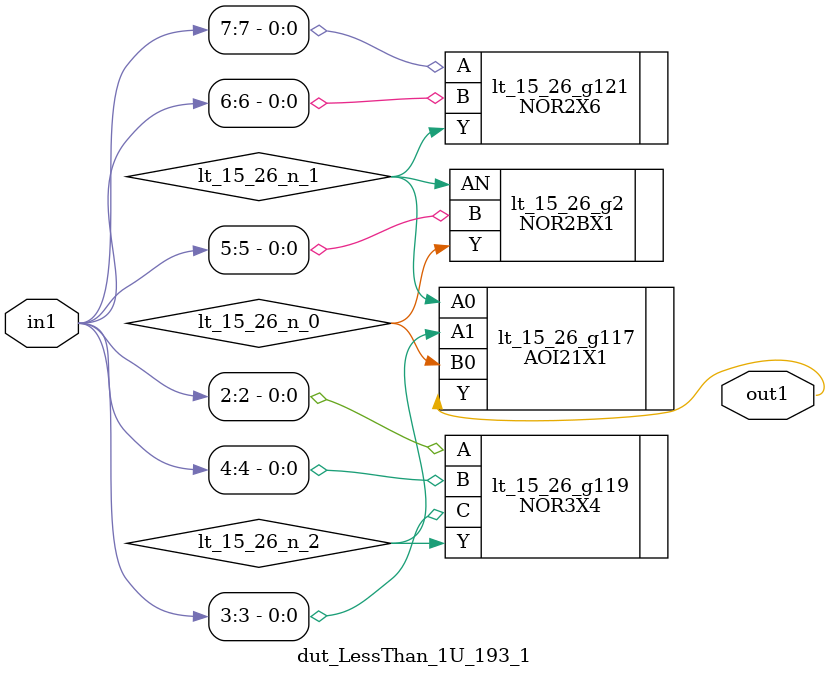
<source format=v>
`timescale 1ps / 1ps


module dut_LessThan_1U_193_1(in1, out1);
  input [7:0] in1;
  output out1;
  wire [7:0] in1;
  wire out1;
  wire lt_15_26_n_0, lt_15_26_n_1, lt_15_26_n_2;
  AOI21X1 lt_15_26_g117(.A0 (lt_15_26_n_1), .A1 (lt_15_26_n_2), .B0
       (lt_15_26_n_0), .Y (out1));
  NOR3X4 lt_15_26_g119(.A (in1[2]), .B (in1[4]), .C (in1[3]), .Y
       (lt_15_26_n_2));
  NOR2X6 lt_15_26_g121(.A (in1[7]), .B (in1[6]), .Y (lt_15_26_n_1));
  NOR2BX1 lt_15_26_g2(.AN (lt_15_26_n_1), .B (in1[5]), .Y
       (lt_15_26_n_0));
endmodule



</source>
